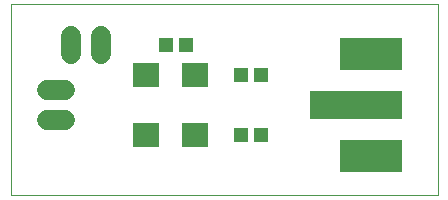
<source format=gts>
G75*
G70*
%OFA0B0*%
%FSLAX24Y24*%
%IPPOS*%
%LPD*%
%AMOC8*
5,1,8,0,0,1.08239X$1,22.5*
%
%ADD10C,0.0000*%
%ADD11R,0.0867X0.0789*%
%ADD12C,0.0680*%
%ADD13R,0.0513X0.0474*%
%ADD14R,0.2080X0.1080*%
%ADD15R,0.3080X0.0980*%
D10*
X003000Y000100D02*
X003000Y006470D01*
X017242Y006470D01*
X017242Y000100D01*
X003000Y000100D01*
D11*
X007500Y002100D03*
X009154Y002100D03*
X009154Y004100D03*
X007500Y004100D03*
D12*
X006000Y004800D02*
X006000Y005400D01*
X005000Y005400D02*
X005000Y004800D01*
X004800Y003600D02*
X004200Y003600D01*
X004200Y002600D02*
X004800Y002600D01*
D13*
X010665Y002100D03*
X011335Y002100D03*
X011335Y004100D03*
X010665Y004100D03*
X008835Y005100D03*
X008165Y005100D03*
D14*
X015000Y004800D03*
X015000Y001400D03*
D15*
X014500Y003100D03*
M02*

</source>
